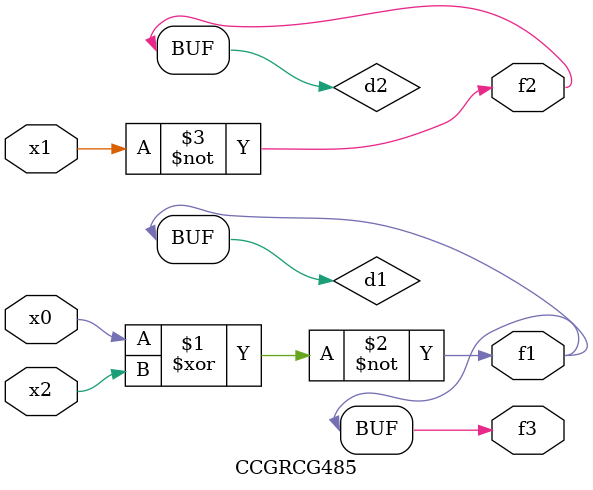
<source format=v>
module CCGRCG485(
	input x0, x1, x2,
	output f1, f2, f3
);

	wire d1, d2, d3;

	xnor (d1, x0, x2);
	nand (d2, x1);
	nor (d3, x1, x2);
	assign f1 = d1;
	assign f2 = d2;
	assign f3 = d1;
endmodule

</source>
